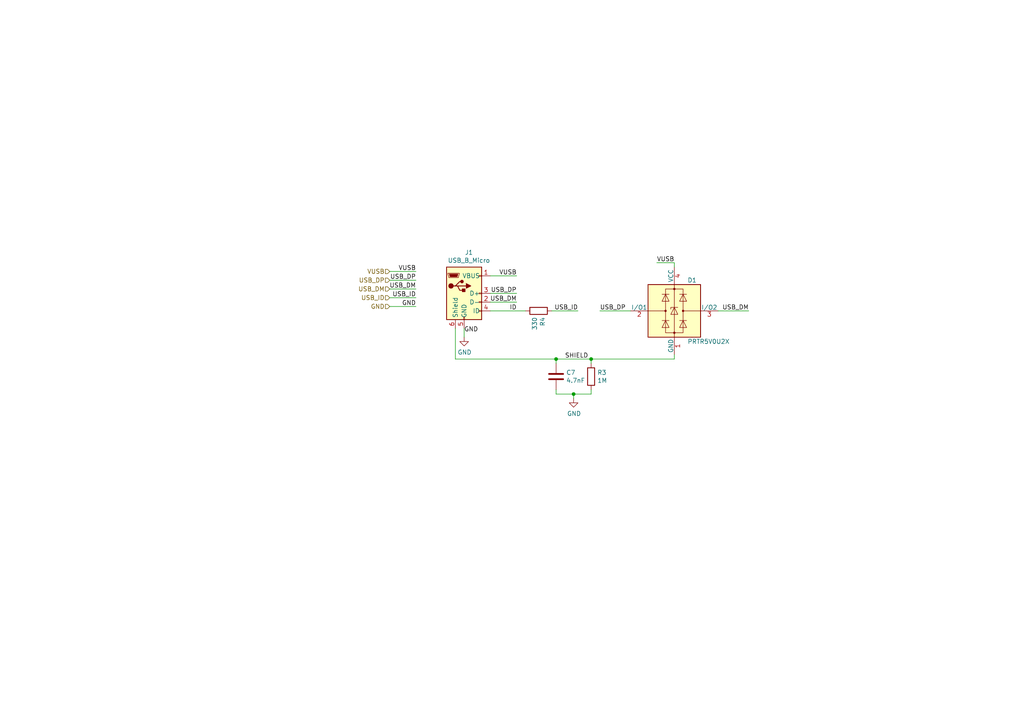
<source format=kicad_sch>
(kicad_sch (version 20200512) (host eeschema "5.99.0-unknown-57e35c9~88~ubuntu19.10.1")
  (page 3 6)
  (paper "A4")
  (lib_symbols
    (symbol "Connector:USB_B_Micro"
      (property "Reference" "J" (at -5.08 11.43 0))
      (property "Value" "USB_B_Micro" (at -5.08 8.89 0))
      (symbol "USB_B_Micro_0_1"
        (circle (center -3.81 2.159) (radius 0.635) (stroke (width 0.254)) (fill (type outline)))
        (circle (center -0.635 3.429) (radius 0.381) (stroke (width 0.254)) (fill (type outline)))
        (rectangle (start -5.08 -7.62) (end 5.08 7.62) (stroke (width 0.254)) (fill (type background)))
        (rectangle (start -0.127 -7.62) (end 0.127 -6.858))
        (rectangle (start 0.254 1.27) (end -0.508 0.508) (stroke (width 0.254)) (fill (type outline)))
        (rectangle (start 5.08 -5.207) (end 4.318 -4.953))
        (rectangle (start 5.08 -2.667) (end 4.318 -2.413))
        (rectangle (start 5.08 -0.127) (end 4.318 0.127))
        (rectangle (start 5.08 4.953) (end 4.318 5.207))
        (polyline (pts (xy -1.905 2.159) (xy 0.635 2.159)) (stroke (width 0.254)))
        (polyline (pts (xy -3.175 2.159) (xy -2.54 2.159) (xy -1.27 3.429) (xy -0.635 3.429)) (stroke (width 0.254)))
        (polyline (pts (xy -2.54 2.159) (xy -1.905 2.159) (xy -1.27 0.889) (xy 0 0.889)) (stroke (width 0.254)))
        (polyline (pts (xy 0.635 2.794) (xy 0.635 1.524) (xy 1.905 2.159) (xy 0.635 2.794)) (stroke (width 0.254)) (fill (type outline)))
        (polyline (pts (xy -4.318 5.588) (xy -1.778 5.588) (xy -2.032 4.826) (xy -4.064 4.826) (xy -4.318 5.588)) (fill (type outline)))
        (polyline (pts (xy -4.699 5.842) (xy -4.699 5.588) (xy -4.445 4.826) (xy -4.445 4.572) (xy -1.651 4.572) (xy -1.651 4.826) (xy -1.397 5.588) (xy -1.397 5.842) (xy -4.699 5.842)))
      )
      (symbol "USB_B_Micro_1_1"
        (pin power_out line (at 7.62 5.08 180) (length 2.54) (name "VBUS") (number "1"))
        (pin passive line (at 7.62 -2.54 180) (length 2.54) (name "D-") (number "2"))
        (pin passive line (at 7.62 0 180) (length 2.54) (name "D+") (number "3"))
        (pin passive line (at 7.62 -5.08 180) (length 2.54) (name "ID") (number "4"))
        (pin power_out line (at 0 -10.16 90) (length 2.54) (name "GND") (number "5"))
        (pin passive line (at -2.54 -10.16 90) (length 2.54) (name "Shield") (number "6"))
      )
    )
    (symbol "Device:C" (pin_numbers hide) (pin_names (offset 0.254))
      (property "Reference" "C" (at 0.635 2.54 0))
      (property "Value" "C" (at 0.635 -2.54 0))
      (symbol "C_0_1"
        (polyline (pts (xy -2.032 -0.762) (xy 2.032 -0.762)) (stroke (width 0.508)))
        (polyline (pts (xy -2.032 0.762) (xy 2.032 0.762)) (stroke (width 0.508)))
      )
      (symbol "C_1_1"
        (pin passive line (at 0 3.81 270) (length 2.794) (name "~") (number "1"))
        (pin passive line (at 0 -3.81 90) (length 2.794) (name "~") (number "2"))
      )
    )
    (symbol "Device:R" (pin_numbers hide) (pin_names (offset 0))
      (property "Reference" "R" (at 2.032 0 90))
      (property "Value" "R" (at 0 0 90))
      (symbol "R_0_1"
        (rectangle (start -1.016 -2.54) (end 1.016 2.54) (stroke (width 0.254)))
      )
      (symbol "R_1_1"
        (pin passive line (at 0 3.81 270) (length 1.27) (name "~") (number "1"))
        (pin passive line (at 0 -3.81 90) (length 1.27) (name "~") (number "2"))
      )
    )
    (symbol "Power_Protection:PRTR5V0U2X" (pin_names (offset 0))
      (property "Reference" "D" (at 2.794 8.636 0))
      (property "Value" "PRTR5V0U2X" (at 8.128 -9.398 0))
      (symbol "PRTR5V0U2X_0_1"
        (circle (center -2.54 0) (radius 0.254) (fill (type outline)))
        (circle (center 0 -6.35) (radius 0.254) (fill (type outline)))
        (circle (center 0 6.35) (radius 0.254) (fill (type outline)))
        (circle (center 2.54 0) (radius 0.254) (fill (type outline)))
        (rectangle (start -7.62 -7.62) (end 7.62 7.62) (stroke (width 0.254)) (fill (type background)))
        (rectangle (start -2.54 6.35) (end 2.54 -6.35))
        (polyline (pts (xy -2.54 0) (xy -7.62 0)))
        (polyline (pts (xy -1.524 -2.794) (xy -3.556 -2.794)))
        (polyline (pts (xy -1.524 4.826) (xy -3.556 4.826)))
        (polyline (pts (xy 0 -7.62) (xy 0 7.62)))
        (polyline (pts (xy 1.524 -2.794) (xy 3.556 -2.794)))
        (polyline (pts (xy 1.524 4.826) (xy 3.556 4.826)))
        (polyline (pts (xy 2.54 0) (xy 7.62 0)))
        (polyline (pts (xy 1.016 1.016) (xy -1.016 1.016) (xy -1.016 0.508)))
        (polyline (pts (xy -3.556 -4.826) (xy -1.524 -4.826) (xy -2.54 -2.794) (xy -3.556 -4.826)))
        (polyline (pts (xy -3.556 2.794) (xy -1.524 2.794) (xy -2.54 4.826) (xy -3.556 2.794)))
        (polyline (pts (xy -1.016 -1.016) (xy 1.016 -1.016) (xy 0 1.016) (xy -1.016 -1.016)))
        (polyline (pts (xy 3.556 -4.826) (xy 1.524 -4.826) (xy 2.54 -2.794) (xy 3.556 -4.826)))
        (polyline (pts (xy 3.556 2.794) (xy 1.524 2.794) (xy 2.54 4.826) (xy 3.556 2.794)))
      )
      (symbol "PRTR5V0U2X_1_1"
        (pin passive line (at 0 -12.7 90) (length 5.08) (name "GND") (number "1"))
        (pin passive line (at -12.7 0 0) (length 5.08) (name "I/O1") (number "2"))
        (pin passive line (at 12.7 0 180) (length 5.08) (name "I/O2") (number "3"))
        (pin passive line (at 0 12.7 270) (length 5.08) (name "VCC") (number "4"))
      )
    )
    (symbol "power:GND" (power) (pin_names (offset 0))
      (property "Value" "GND" (at 0 -3.81 0))
      (symbol "GND_0_1"
        (polyline (pts (xy 0 0) (xy 0 -1.27) (xy 1.27 -1.27) (xy 0 -2.54) (xy -1.27 -1.27) (xy 0 -1.27)))
      )
      (symbol "GND_1_1"
        (pin power_in line (at 0 0 270) (length 0) hide (name "GND") (number "1"))
      )
    )
  )
  (junction (at 161.29 104.14))
  (junction (at 166.37 114.3))
  (junction (at 171.45 104.14))
  (wire (pts (xy 113.03 78.74) (xy 120.65 78.74)))
  (wire (pts (xy 113.03 83.82) (xy 120.65 83.82)))
  (wire (pts (xy 113.03 86.36) (xy 120.65 86.36)))
  (wire (pts (xy 113.03 88.9) (xy 120.65 88.9)))
  (wire (pts (xy 120.65 81.28) (xy 113.03 81.28)))
  (wire (pts (xy 132.08 95.25) (xy 132.08 104.14)))
  (wire (pts (xy 134.62 95.25) (xy 134.62 97.79)))
  (wire (pts (xy 142.24 80.01) (xy 149.86 80.01)))
  (wire (pts (xy 142.24 85.09) (xy 149.86 85.09)))
  (wire (pts (xy 142.24 87.63) (xy 149.86 87.63)))
  (wire (pts (xy 142.24 90.17) (xy 152.4 90.17)))
  (wire (pts (xy 161.29 104.14) (xy 132.08 104.14)))
  (wire (pts (xy 161.29 104.14) (xy 171.45 104.14)))
  (wire (pts (xy 161.29 105.41) (xy 161.29 104.14)))
  (wire (pts (xy 161.29 113.03) (xy 161.29 114.3)))
  (wire (pts (xy 161.29 114.3) (xy 166.37 114.3)))
  (wire (pts (xy 166.37 114.3) (xy 166.37 115.57)))
  (wire (pts (xy 166.37 114.3) (xy 171.45 114.3)))
  (wire (pts (xy 167.64 90.17) (xy 160.02 90.17)))
  (wire (pts (xy 171.45 104.14) (xy 171.45 105.41)))
  (wire (pts (xy 171.45 104.14) (xy 195.58 104.14)))
  (wire (pts (xy 171.45 114.3) (xy 171.45 113.03)))
  (wire (pts (xy 182.88 90.17) (xy 173.99 90.17)))
  (wire (pts (xy 195.58 76.2) (xy 190.5 76.2)))
  (wire (pts (xy 195.58 77.47) (xy 195.58 76.2)))
  (wire (pts (xy 195.58 104.14) (xy 195.58 102.87)))
  (wire (pts (xy 208.28 90.17) (xy 217.17 90.17)))
  (label "VUSB" (at 120.65 78.74 180))
  (label "USB_DP" (at 120.65 81.28 180))
  (label "USB_DM" (at 120.65 83.82 180))
  (label "USB_ID" (at 120.65 86.36 180))
  (label "GND" (at 120.65 88.9 180))
  (label "GND" (at 134.62 96.52 0))
  (label "VUSB" (at 149.86 80.01 180))
  (label "USB_DP" (at 149.86 85.09 180))
  (label "USB_DM" (at 149.86 87.63 180))
  (label "ID" (at 149.86 90.17 180))
  (label "SHIELD" (at 163.83 104.14 0))
  (label "USB_ID" (at 167.64 90.17 180))
  (label "USB_DP" (at 173.99 90.17 0))
  (label "VUSB" (at 190.5 76.2 0))
  (label "USB_DM" (at 217.17 90.17 180))
  (hierarchical_label "VUSB" (shape input) (at 113.03 78.74 180))
  (hierarchical_label "USB_DP" (shape input) (at 113.03 81.28 180))
  (hierarchical_label "USB_DM" (shape input) (at 113.03 83.82 180))
  (hierarchical_label "USB_ID" (shape input) (at 113.03 86.36 180))
  (hierarchical_label "GND" (shape input) (at 113.03 88.9 180))
  (symbol (lib_id "power:GND") (at 134.62 97.79 0) (unit 1)
    (property "Reference" "#PWR0102" (effects hide))
    (property "Value" "GND" (at 134.747 102.1842 0))
  )
  (symbol (lib_id "power:GND") (at 166.37 115.57 0) (unit 1)
    (property "Reference" "#PWR0103" (effects hide))
    (property "Value" "GND" (at 166.497 119.9642 0))
  )
  (symbol (lib_id "Device:R") (at 156.21 90.17 270) (unit 1)
    (property "Reference" "R4" (at 157.3784 91.948 0) (effects (justify left)))
    (property "Value" "330" (at 155.067 91.948 0) (effects (justify left)))
    (property "Footprint" "Resistor_SMD:R_0603_1608Metric_Pad1.05x0.95mm_HandSolder" (effects hide))
  )
  (symbol (lib_id "Device:R") (at 171.45 109.22 0) (unit 1)
    (property "Reference" "R3" (at 173.228 108.0516 0) (effects (justify left)))
    (property "Value" "1M" (at 173.228 110.363 0) (effects (justify left)))
    (property "Footprint" "Resistor_SMD:R_0603_1608Metric_Pad1.05x0.95mm_HandSolder" (effects hide))
  )
  (symbol (lib_id "Device:C") (at 161.29 109.22 0) (unit 1)
    (property "Reference" "C7" (at 164.211 108.0516 0) (effects (justify left)))
    (property "Value" "4.7nF" (at 164.211 110.363 0) (effects (justify left)))
    (property "Footprint" "Capacitor_SMD:C_0603_1608Metric_Pad1.05x0.95mm_HandSolder" (effects hide))
  )
  (symbol (lib_id "Connector:USB_B_Micro") (at 134.62 85.09 0) (unit 1)
    (property "Reference" "J1" (at 136.017 73.2282 0))
    (property "Value" "USB_B_Micro" (at 136.017 75.5396 0))
    (property "Footprint" "Connector_USB:USB_Micro-B_Molex_47346-0001" (effects hide))
  )
  (symbol (lib_id "Power_Protection:PRTR5V0U2X") (at 195.58 90.17 0) (unit 1)
    (property "Reference" "D1" (at 199.39 81.28 0) (effects (justify left)))
    (property "Value" "PRTR5V0U2X" (at 199.39 99.06 0) (effects (justify left)))
    (property "Footprint" "Package_TO_SOT_SMD:SOT-143" (effects hide))
    (property "Datasheet" "https://assets.nexperia.com/documents/data-sheet/PRTR5V0U2X.pdf" (effects hide))
  )
)
</source>
